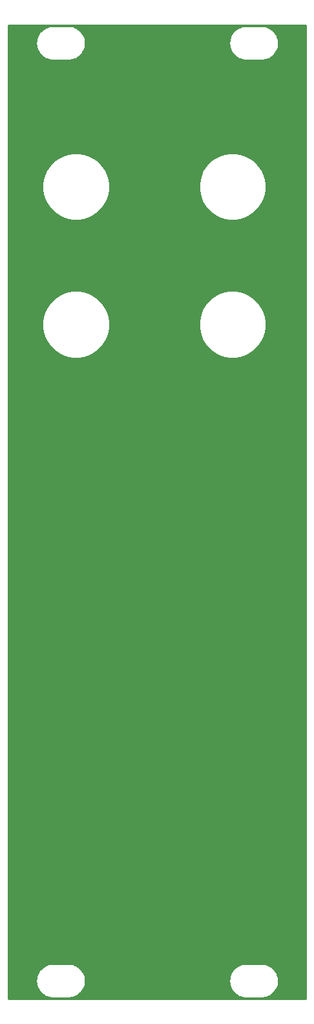
<source format=gbr>
G04 #@! TF.GenerationSoftware,KiCad,Pcbnew,(5.1.5-0)*
G04 #@! TF.CreationDate,2021-01-11T19:00:08-08:00*
G04 #@! TF.ProjectId,duallfovco,6475616c-6c66-46f7-9663-6f2e6b696361,rev?*
G04 #@! TF.SameCoordinates,Original*
G04 #@! TF.FileFunction,Copper,L1,Top*
G04 #@! TF.FilePolarity,Positive*
%FSLAX46Y46*%
G04 Gerber Fmt 4.6, Leading zero omitted, Abs format (unit mm)*
G04 Created by KiCad (PCBNEW (5.1.5-0)) date 2021-01-11 19:00:08*
%MOMM*%
%LPD*%
G04 APERTURE LIST*
%ADD10C,6.100000*%
%ADD11C,6.400000*%
%ADD12C,3.100000*%
%ADD13C,0.254000*%
G04 APERTURE END LIST*
D10*
X34950000Y-109200000D03*
X14950000Y-109200000D03*
X24950000Y-109200000D03*
X4950000Y-109200000D03*
D11*
X5000000Y-54500000D03*
D12*
X5000000Y-66000000D03*
X35000000Y-66000000D03*
D11*
X34750000Y-54500000D03*
D10*
X34950000Y-94700000D03*
X4950000Y-79200000D03*
X34950000Y-79200000D03*
X24950000Y-79200000D03*
X14950000Y-79200000D03*
X4950000Y-94700000D03*
X24950000Y-94700000D03*
X14950000Y-94700000D03*
D13*
G36*
X39640001Y-127840000D02*
G01*
X660000Y-127840000D01*
X660000Y-125451353D01*
X4242755Y-125451353D01*
X4243173Y-125511171D01*
X4242755Y-125570988D01*
X4243655Y-125580160D01*
X4276296Y-125890715D01*
X4288320Y-125949291D01*
X4299532Y-126008070D01*
X4302196Y-126016892D01*
X4394535Y-126315192D01*
X4417715Y-126370335D01*
X4440124Y-126425800D01*
X4444451Y-126433937D01*
X4592972Y-126708621D01*
X4626417Y-126758205D01*
X4659177Y-126808268D01*
X4665001Y-126815409D01*
X4864047Y-127056013D01*
X4906482Y-127098154D01*
X4948346Y-127140903D01*
X4955446Y-127146777D01*
X5197435Y-127344138D01*
X5247259Y-127377241D01*
X5296615Y-127411036D01*
X5304721Y-127415419D01*
X5580435Y-127562019D01*
X5635704Y-127584799D01*
X5690724Y-127608381D01*
X5699527Y-127611105D01*
X5998465Y-127701359D01*
X6057138Y-127712976D01*
X6115655Y-127725415D01*
X6124820Y-127726378D01*
X6435594Y-127756850D01*
X6435598Y-127756850D01*
X6467581Y-127760000D01*
X8532419Y-127760000D01*
X8565986Y-127756694D01*
X8586744Y-127756694D01*
X8595909Y-127755731D01*
X8906228Y-127720923D01*
X8964731Y-127708487D01*
X9023419Y-127696867D01*
X9032222Y-127694142D01*
X9329870Y-127599723D01*
X9384792Y-127576183D01*
X9440159Y-127553363D01*
X9448265Y-127548979D01*
X9721904Y-127398544D01*
X9771217Y-127364779D01*
X9821088Y-127331645D01*
X9828188Y-127325770D01*
X10067397Y-127125049D01*
X10109241Y-127082320D01*
X10151694Y-127040162D01*
X10157519Y-127033020D01*
X10353185Y-126789660D01*
X10385938Y-126739608D01*
X10419391Y-126690013D01*
X10423714Y-126681881D01*
X10423717Y-126681877D01*
X10423719Y-126681873D01*
X10568388Y-126405146D01*
X10590785Y-126349711D01*
X10613978Y-126294539D01*
X10616641Y-126285717D01*
X10704807Y-125986156D01*
X10716007Y-125927440D01*
X10728045Y-125868798D01*
X10728944Y-125859627D01*
X10757245Y-125548647D01*
X10756827Y-125488830D01*
X10757088Y-125451353D01*
X29542755Y-125451353D01*
X29543173Y-125511171D01*
X29542755Y-125570988D01*
X29543655Y-125580160D01*
X29576296Y-125890715D01*
X29588320Y-125949291D01*
X29599532Y-126008070D01*
X29602196Y-126016892D01*
X29694535Y-126315192D01*
X29717715Y-126370335D01*
X29740124Y-126425800D01*
X29744451Y-126433937D01*
X29892972Y-126708621D01*
X29926417Y-126758205D01*
X29959177Y-126808268D01*
X29965001Y-126815409D01*
X30164047Y-127056013D01*
X30206482Y-127098154D01*
X30248346Y-127140903D01*
X30255446Y-127146777D01*
X30497435Y-127344138D01*
X30547259Y-127377241D01*
X30596615Y-127411036D01*
X30604721Y-127415419D01*
X30880435Y-127562019D01*
X30935704Y-127584799D01*
X30990724Y-127608381D01*
X30999527Y-127611105D01*
X31298465Y-127701359D01*
X31357138Y-127712976D01*
X31415655Y-127725415D01*
X31424820Y-127726378D01*
X31735594Y-127756850D01*
X31735598Y-127756850D01*
X31767581Y-127760000D01*
X33832419Y-127760000D01*
X33865986Y-127756694D01*
X33886744Y-127756694D01*
X33895909Y-127755731D01*
X34206228Y-127720923D01*
X34264731Y-127708487D01*
X34323419Y-127696867D01*
X34332222Y-127694142D01*
X34629870Y-127599723D01*
X34684792Y-127576183D01*
X34740159Y-127553363D01*
X34748265Y-127548979D01*
X35021904Y-127398544D01*
X35071217Y-127364779D01*
X35121088Y-127331645D01*
X35128188Y-127325770D01*
X35367397Y-127125049D01*
X35409241Y-127082320D01*
X35451694Y-127040162D01*
X35457519Y-127033020D01*
X35653185Y-126789660D01*
X35685938Y-126739608D01*
X35719391Y-126690013D01*
X35723714Y-126681881D01*
X35723717Y-126681877D01*
X35723719Y-126681873D01*
X35868388Y-126405146D01*
X35890785Y-126349711D01*
X35913978Y-126294539D01*
X35916641Y-126285717D01*
X36004807Y-125986156D01*
X36016007Y-125927440D01*
X36028045Y-125868798D01*
X36028944Y-125859627D01*
X36057245Y-125548647D01*
X36056827Y-125488829D01*
X36057245Y-125429012D01*
X36056345Y-125419841D01*
X36023704Y-125109285D01*
X36011680Y-125050709D01*
X36000468Y-124991930D01*
X35997804Y-124983108D01*
X35905465Y-124684808D01*
X35882280Y-124629653D01*
X35859876Y-124574200D01*
X35855549Y-124566064D01*
X35855549Y-124566063D01*
X35855546Y-124566059D01*
X35707028Y-124291379D01*
X35673583Y-124241795D01*
X35640823Y-124191732D01*
X35634999Y-124184591D01*
X35435954Y-123943987D01*
X35393535Y-123901863D01*
X35351655Y-123859097D01*
X35344554Y-123853223D01*
X35102565Y-123655862D01*
X35052741Y-123622759D01*
X35003385Y-123588964D01*
X34995279Y-123584581D01*
X34719566Y-123437981D01*
X34664269Y-123415189D01*
X34609275Y-123391619D01*
X34600472Y-123388895D01*
X34301535Y-123298641D01*
X34242862Y-123287024D01*
X34184345Y-123274585D01*
X34175180Y-123273622D01*
X33864405Y-123243150D01*
X33864402Y-123243150D01*
X33832419Y-123240000D01*
X31767581Y-123240000D01*
X31734014Y-123243306D01*
X31713256Y-123243306D01*
X31704091Y-123244269D01*
X31393771Y-123279077D01*
X31335298Y-123291506D01*
X31276581Y-123303132D01*
X31267778Y-123305858D01*
X30970130Y-123400277D01*
X30915147Y-123423843D01*
X30859841Y-123446638D01*
X30851735Y-123451021D01*
X30578095Y-123601456D01*
X30528748Y-123635245D01*
X30478913Y-123668355D01*
X30471812Y-123674229D01*
X30232603Y-123874951D01*
X30190759Y-123917681D01*
X30148305Y-123959839D01*
X30142481Y-123966980D01*
X29946814Y-124210340D01*
X29914055Y-124260400D01*
X29880609Y-124309986D01*
X29876283Y-124318123D01*
X29731612Y-124594854D01*
X29709215Y-124650289D01*
X29686022Y-124705461D01*
X29683359Y-124714283D01*
X29595193Y-125013844D01*
X29583993Y-125072560D01*
X29571955Y-125131202D01*
X29571056Y-125140373D01*
X29542755Y-125451353D01*
X10757088Y-125451353D01*
X10757245Y-125429012D01*
X10756345Y-125419841D01*
X10723704Y-125109285D01*
X10711680Y-125050709D01*
X10700468Y-124991930D01*
X10697804Y-124983108D01*
X10605465Y-124684808D01*
X10582280Y-124629653D01*
X10559876Y-124574200D01*
X10555549Y-124566064D01*
X10555549Y-124566063D01*
X10555546Y-124566059D01*
X10407028Y-124291379D01*
X10373583Y-124241795D01*
X10340823Y-124191732D01*
X10334999Y-124184591D01*
X10135954Y-123943987D01*
X10093535Y-123901863D01*
X10051655Y-123859097D01*
X10044554Y-123853223D01*
X9802565Y-123655862D01*
X9752741Y-123622759D01*
X9703385Y-123588964D01*
X9695279Y-123584581D01*
X9419566Y-123437981D01*
X9364269Y-123415189D01*
X9309275Y-123391619D01*
X9300472Y-123388895D01*
X9001535Y-123298641D01*
X8942862Y-123287024D01*
X8884345Y-123274585D01*
X8875180Y-123273622D01*
X8564405Y-123243150D01*
X8564402Y-123243150D01*
X8532419Y-123240000D01*
X6467581Y-123240000D01*
X6434014Y-123243306D01*
X6413256Y-123243306D01*
X6404091Y-123244269D01*
X6093771Y-123279077D01*
X6035298Y-123291506D01*
X5976581Y-123303132D01*
X5967778Y-123305858D01*
X5670130Y-123400277D01*
X5615147Y-123423843D01*
X5559841Y-123446638D01*
X5551735Y-123451021D01*
X5278095Y-123601456D01*
X5228748Y-123635245D01*
X5178913Y-123668355D01*
X5171812Y-123674229D01*
X4932603Y-123874951D01*
X4890759Y-123917681D01*
X4848305Y-123959839D01*
X4842481Y-123966980D01*
X4646814Y-124210340D01*
X4614055Y-124260400D01*
X4580609Y-124309986D01*
X4576283Y-124318123D01*
X4431612Y-124594854D01*
X4409215Y-124650289D01*
X4386022Y-124705461D01*
X4383359Y-124714283D01*
X4295193Y-125013844D01*
X4283993Y-125072560D01*
X4271955Y-125131202D01*
X4271056Y-125140373D01*
X4242755Y-125451353D01*
X660000Y-125451353D01*
X660000Y-39315784D01*
X5091332Y-39315784D01*
X5091332Y-40184216D01*
X5260754Y-41035961D01*
X5593089Y-41838288D01*
X6075564Y-42560362D01*
X6689638Y-43174436D01*
X7411712Y-43656911D01*
X8214039Y-43989246D01*
X9065784Y-44158668D01*
X9934216Y-44158668D01*
X10785961Y-43989246D01*
X11588288Y-43656911D01*
X12310362Y-43174436D01*
X12924436Y-42560362D01*
X13406911Y-41838288D01*
X13739246Y-41035961D01*
X13908668Y-40184216D01*
X13908668Y-39315784D01*
X25591332Y-39315784D01*
X25591332Y-40184216D01*
X25760754Y-41035961D01*
X26093089Y-41838288D01*
X26575564Y-42560362D01*
X27189638Y-43174436D01*
X27911712Y-43656911D01*
X28714039Y-43989246D01*
X29565784Y-44158668D01*
X30434216Y-44158668D01*
X31285961Y-43989246D01*
X32088288Y-43656911D01*
X32810362Y-43174436D01*
X33424436Y-42560362D01*
X33906911Y-41838288D01*
X34239246Y-41035961D01*
X34408668Y-40184216D01*
X34408668Y-39315784D01*
X34239246Y-38464039D01*
X33906911Y-37661712D01*
X33424436Y-36939638D01*
X32810362Y-36325564D01*
X32088288Y-35843089D01*
X31285961Y-35510754D01*
X30434216Y-35341332D01*
X29565784Y-35341332D01*
X28714039Y-35510754D01*
X27911712Y-35843089D01*
X27189638Y-36325564D01*
X26575564Y-36939638D01*
X26093089Y-37661712D01*
X25760754Y-38464039D01*
X25591332Y-39315784D01*
X13908668Y-39315784D01*
X13739246Y-38464039D01*
X13406911Y-37661712D01*
X12924436Y-36939638D01*
X12310362Y-36325564D01*
X11588288Y-35843089D01*
X10785961Y-35510754D01*
X9934216Y-35341332D01*
X9065784Y-35341332D01*
X8214039Y-35510754D01*
X7411712Y-35843089D01*
X6689638Y-36325564D01*
X6075564Y-36939638D01*
X5593089Y-37661712D01*
X5260754Y-38464039D01*
X5091332Y-39315784D01*
X660000Y-39315784D01*
X660000Y-21315784D01*
X5091332Y-21315784D01*
X5091332Y-22184216D01*
X5260754Y-23035961D01*
X5593089Y-23838288D01*
X6075564Y-24560362D01*
X6689638Y-25174436D01*
X7411712Y-25656911D01*
X8214039Y-25989246D01*
X9065784Y-26158668D01*
X9934216Y-26158668D01*
X10785961Y-25989246D01*
X11588288Y-25656911D01*
X12310362Y-25174436D01*
X12924436Y-24560362D01*
X13406911Y-23838288D01*
X13739246Y-23035961D01*
X13908668Y-22184216D01*
X13908668Y-21315784D01*
X25591332Y-21315784D01*
X25591332Y-22184216D01*
X25760754Y-23035961D01*
X26093089Y-23838288D01*
X26575564Y-24560362D01*
X27189638Y-25174436D01*
X27911712Y-25656911D01*
X28714039Y-25989246D01*
X29565784Y-26158668D01*
X30434216Y-26158668D01*
X31285961Y-25989246D01*
X32088288Y-25656911D01*
X32810362Y-25174436D01*
X33424436Y-24560362D01*
X33906911Y-23838288D01*
X34239246Y-23035961D01*
X34408668Y-22184216D01*
X34408668Y-21315784D01*
X34239246Y-20464039D01*
X33906911Y-19661712D01*
X33424436Y-18939638D01*
X32810362Y-18325564D01*
X32088288Y-17843089D01*
X31285961Y-17510754D01*
X30434216Y-17341332D01*
X29565784Y-17341332D01*
X28714039Y-17510754D01*
X27911712Y-17843089D01*
X27189638Y-18325564D01*
X26575564Y-18939638D01*
X26093089Y-19661712D01*
X25760754Y-20464039D01*
X25591332Y-21315784D01*
X13908668Y-21315784D01*
X13739246Y-20464039D01*
X13406911Y-19661712D01*
X12924436Y-18939638D01*
X12310362Y-18325564D01*
X11588288Y-17843089D01*
X10785961Y-17510754D01*
X9934216Y-17341332D01*
X9065784Y-17341332D01*
X8214039Y-17510754D01*
X7411712Y-17843089D01*
X6689638Y-18325564D01*
X6075564Y-18939638D01*
X5593089Y-19661712D01*
X5260754Y-20464039D01*
X5091332Y-21315784D01*
X660000Y-21315784D01*
X660000Y-2951353D01*
X4242755Y-2951353D01*
X4243173Y-3011171D01*
X4242755Y-3070988D01*
X4243655Y-3080160D01*
X4276296Y-3390715D01*
X4288320Y-3449291D01*
X4299532Y-3508070D01*
X4302196Y-3516892D01*
X4394535Y-3815192D01*
X4417715Y-3870335D01*
X4440124Y-3925800D01*
X4444451Y-3933937D01*
X4592972Y-4208621D01*
X4626417Y-4258205D01*
X4659177Y-4308268D01*
X4665001Y-4315409D01*
X4864047Y-4556013D01*
X4906482Y-4598154D01*
X4948346Y-4640903D01*
X4955446Y-4646777D01*
X5197435Y-4844138D01*
X5247259Y-4877241D01*
X5296615Y-4911036D01*
X5304721Y-4915419D01*
X5580435Y-5062019D01*
X5635704Y-5084799D01*
X5690724Y-5108381D01*
X5699527Y-5111105D01*
X5998465Y-5201359D01*
X6057138Y-5212976D01*
X6115655Y-5225415D01*
X6124820Y-5226378D01*
X6435594Y-5256850D01*
X6435598Y-5256850D01*
X6467581Y-5260000D01*
X8532419Y-5260000D01*
X8565986Y-5256694D01*
X8586744Y-5256694D01*
X8595909Y-5255731D01*
X8906228Y-5220923D01*
X8964731Y-5208487D01*
X9023419Y-5196867D01*
X9032222Y-5194142D01*
X9329870Y-5099723D01*
X9384792Y-5076183D01*
X9440159Y-5053363D01*
X9448265Y-5048979D01*
X9721904Y-4898544D01*
X9771217Y-4864779D01*
X9821088Y-4831645D01*
X9828188Y-4825770D01*
X10067397Y-4625049D01*
X10109241Y-4582320D01*
X10151694Y-4540162D01*
X10157519Y-4533020D01*
X10353185Y-4289660D01*
X10385938Y-4239608D01*
X10419391Y-4190013D01*
X10423714Y-4181881D01*
X10423717Y-4181877D01*
X10423719Y-4181873D01*
X10568388Y-3905146D01*
X10590785Y-3849711D01*
X10613978Y-3794539D01*
X10616641Y-3785717D01*
X10704807Y-3486156D01*
X10716007Y-3427440D01*
X10728045Y-3368798D01*
X10728944Y-3359627D01*
X10757245Y-3048647D01*
X10756827Y-2988830D01*
X10757088Y-2951353D01*
X29542755Y-2951353D01*
X29543173Y-3011171D01*
X29542755Y-3070988D01*
X29543655Y-3080160D01*
X29576296Y-3390715D01*
X29588320Y-3449291D01*
X29599532Y-3508070D01*
X29602196Y-3516892D01*
X29694535Y-3815192D01*
X29717715Y-3870335D01*
X29740124Y-3925800D01*
X29744451Y-3933937D01*
X29892972Y-4208621D01*
X29926417Y-4258205D01*
X29959177Y-4308268D01*
X29965001Y-4315409D01*
X30164047Y-4556013D01*
X30206482Y-4598154D01*
X30248346Y-4640903D01*
X30255446Y-4646777D01*
X30497435Y-4844138D01*
X30547259Y-4877241D01*
X30596615Y-4911036D01*
X30604721Y-4915419D01*
X30880435Y-5062019D01*
X30935704Y-5084799D01*
X30990724Y-5108381D01*
X30999527Y-5111105D01*
X31298465Y-5201359D01*
X31357138Y-5212976D01*
X31415655Y-5225415D01*
X31424820Y-5226378D01*
X31735594Y-5256850D01*
X31735598Y-5256850D01*
X31767581Y-5260000D01*
X33832419Y-5260000D01*
X33865986Y-5256694D01*
X33886744Y-5256694D01*
X33895909Y-5255731D01*
X34206228Y-5220923D01*
X34264731Y-5208487D01*
X34323419Y-5196867D01*
X34332222Y-5194142D01*
X34629870Y-5099723D01*
X34684792Y-5076183D01*
X34740159Y-5053363D01*
X34748265Y-5048979D01*
X35021904Y-4898544D01*
X35071217Y-4864779D01*
X35121088Y-4831645D01*
X35128188Y-4825770D01*
X35367397Y-4625049D01*
X35409241Y-4582320D01*
X35451694Y-4540162D01*
X35457519Y-4533020D01*
X35653185Y-4289660D01*
X35685938Y-4239608D01*
X35719391Y-4190013D01*
X35723714Y-4181881D01*
X35723717Y-4181877D01*
X35723719Y-4181873D01*
X35868388Y-3905146D01*
X35890785Y-3849711D01*
X35913978Y-3794539D01*
X35916641Y-3785717D01*
X36004807Y-3486156D01*
X36016007Y-3427440D01*
X36028045Y-3368798D01*
X36028944Y-3359627D01*
X36057245Y-3048647D01*
X36056827Y-2988829D01*
X36057245Y-2929012D01*
X36056345Y-2919841D01*
X36023704Y-2609285D01*
X36011680Y-2550709D01*
X36000468Y-2491930D01*
X35997804Y-2483108D01*
X35905465Y-2184808D01*
X35882280Y-2129653D01*
X35859876Y-2074200D01*
X35855549Y-2066064D01*
X35855549Y-2066063D01*
X35855546Y-2066059D01*
X35707028Y-1791379D01*
X35673583Y-1741795D01*
X35640823Y-1691732D01*
X35634999Y-1684591D01*
X35435954Y-1443987D01*
X35393535Y-1401863D01*
X35351655Y-1359097D01*
X35344554Y-1353223D01*
X35102565Y-1155862D01*
X35052741Y-1122759D01*
X35003385Y-1088964D01*
X34995279Y-1084581D01*
X34719566Y-937981D01*
X34664269Y-915189D01*
X34609275Y-891619D01*
X34600472Y-888895D01*
X34301535Y-798641D01*
X34242862Y-787024D01*
X34184345Y-774585D01*
X34175180Y-773622D01*
X33864405Y-743150D01*
X33864402Y-743150D01*
X33832419Y-740000D01*
X31767581Y-740000D01*
X31734014Y-743306D01*
X31713256Y-743306D01*
X31704091Y-744269D01*
X31393771Y-779077D01*
X31335298Y-791506D01*
X31276581Y-803132D01*
X31267778Y-805858D01*
X30970130Y-900277D01*
X30915147Y-923843D01*
X30859841Y-946638D01*
X30851735Y-951021D01*
X30578095Y-1101456D01*
X30528748Y-1135245D01*
X30478913Y-1168355D01*
X30471812Y-1174229D01*
X30232603Y-1374951D01*
X30190759Y-1417681D01*
X30148305Y-1459839D01*
X30142481Y-1466980D01*
X29946814Y-1710340D01*
X29914055Y-1760400D01*
X29880609Y-1809986D01*
X29876283Y-1818123D01*
X29731612Y-2094854D01*
X29709215Y-2150289D01*
X29686022Y-2205461D01*
X29683359Y-2214283D01*
X29595193Y-2513844D01*
X29583993Y-2572560D01*
X29571955Y-2631202D01*
X29571056Y-2640373D01*
X29542755Y-2951353D01*
X10757088Y-2951353D01*
X10757245Y-2929012D01*
X10756345Y-2919841D01*
X10723704Y-2609285D01*
X10711680Y-2550709D01*
X10700468Y-2491930D01*
X10697804Y-2483108D01*
X10605465Y-2184808D01*
X10582280Y-2129653D01*
X10559876Y-2074200D01*
X10555549Y-2066064D01*
X10555549Y-2066063D01*
X10555546Y-2066059D01*
X10407028Y-1791379D01*
X10373583Y-1741795D01*
X10340823Y-1691732D01*
X10334999Y-1684591D01*
X10135954Y-1443987D01*
X10093535Y-1401863D01*
X10051655Y-1359097D01*
X10044554Y-1353223D01*
X9802565Y-1155862D01*
X9752741Y-1122759D01*
X9703385Y-1088964D01*
X9695279Y-1084581D01*
X9419566Y-937981D01*
X9364269Y-915189D01*
X9309275Y-891619D01*
X9300472Y-888895D01*
X9001535Y-798641D01*
X8942862Y-787024D01*
X8884345Y-774585D01*
X8875180Y-773622D01*
X8564405Y-743150D01*
X8564402Y-743150D01*
X8532419Y-740000D01*
X6467581Y-740000D01*
X6434014Y-743306D01*
X6413256Y-743306D01*
X6404091Y-744269D01*
X6093771Y-779077D01*
X6035298Y-791506D01*
X5976581Y-803132D01*
X5967778Y-805858D01*
X5670130Y-900277D01*
X5615147Y-923843D01*
X5559841Y-946638D01*
X5551735Y-951021D01*
X5278095Y-1101456D01*
X5228748Y-1135245D01*
X5178913Y-1168355D01*
X5171812Y-1174229D01*
X4932603Y-1374951D01*
X4890759Y-1417681D01*
X4848305Y-1459839D01*
X4842481Y-1466980D01*
X4646814Y-1710340D01*
X4614055Y-1760400D01*
X4580609Y-1809986D01*
X4576283Y-1818123D01*
X4431612Y-2094854D01*
X4409215Y-2150289D01*
X4386022Y-2205461D01*
X4383359Y-2214283D01*
X4295193Y-2513844D01*
X4283993Y-2572560D01*
X4271955Y-2631202D01*
X4271056Y-2640373D01*
X4242755Y-2951353D01*
X660000Y-2951353D01*
X660000Y-660000D01*
X39640000Y-660000D01*
X39640001Y-127840000D01*
G37*
X39640001Y-127840000D02*
X660000Y-127840000D01*
X660000Y-125451353D01*
X4242755Y-125451353D01*
X4243173Y-125511171D01*
X4242755Y-125570988D01*
X4243655Y-125580160D01*
X4276296Y-125890715D01*
X4288320Y-125949291D01*
X4299532Y-126008070D01*
X4302196Y-126016892D01*
X4394535Y-126315192D01*
X4417715Y-126370335D01*
X4440124Y-126425800D01*
X4444451Y-126433937D01*
X4592972Y-126708621D01*
X4626417Y-126758205D01*
X4659177Y-126808268D01*
X4665001Y-126815409D01*
X4864047Y-127056013D01*
X4906482Y-127098154D01*
X4948346Y-127140903D01*
X4955446Y-127146777D01*
X5197435Y-127344138D01*
X5247259Y-127377241D01*
X5296615Y-127411036D01*
X5304721Y-127415419D01*
X5580435Y-127562019D01*
X5635704Y-127584799D01*
X5690724Y-127608381D01*
X5699527Y-127611105D01*
X5998465Y-127701359D01*
X6057138Y-127712976D01*
X6115655Y-127725415D01*
X6124820Y-127726378D01*
X6435594Y-127756850D01*
X6435598Y-127756850D01*
X6467581Y-127760000D01*
X8532419Y-127760000D01*
X8565986Y-127756694D01*
X8586744Y-127756694D01*
X8595909Y-127755731D01*
X8906228Y-127720923D01*
X8964731Y-127708487D01*
X9023419Y-127696867D01*
X9032222Y-127694142D01*
X9329870Y-127599723D01*
X9384792Y-127576183D01*
X9440159Y-127553363D01*
X9448265Y-127548979D01*
X9721904Y-127398544D01*
X9771217Y-127364779D01*
X9821088Y-127331645D01*
X9828188Y-127325770D01*
X10067397Y-127125049D01*
X10109241Y-127082320D01*
X10151694Y-127040162D01*
X10157519Y-127033020D01*
X10353185Y-126789660D01*
X10385938Y-126739608D01*
X10419391Y-126690013D01*
X10423714Y-126681881D01*
X10423717Y-126681877D01*
X10423719Y-126681873D01*
X10568388Y-126405146D01*
X10590785Y-126349711D01*
X10613978Y-126294539D01*
X10616641Y-126285717D01*
X10704807Y-125986156D01*
X10716007Y-125927440D01*
X10728045Y-125868798D01*
X10728944Y-125859627D01*
X10757245Y-125548647D01*
X10756827Y-125488830D01*
X10757088Y-125451353D01*
X29542755Y-125451353D01*
X29543173Y-125511171D01*
X29542755Y-125570988D01*
X29543655Y-125580160D01*
X29576296Y-125890715D01*
X29588320Y-125949291D01*
X29599532Y-126008070D01*
X29602196Y-126016892D01*
X29694535Y-126315192D01*
X29717715Y-126370335D01*
X29740124Y-126425800D01*
X29744451Y-126433937D01*
X29892972Y-126708621D01*
X29926417Y-126758205D01*
X29959177Y-126808268D01*
X29965001Y-126815409D01*
X30164047Y-127056013D01*
X30206482Y-127098154D01*
X30248346Y-127140903D01*
X30255446Y-127146777D01*
X30497435Y-127344138D01*
X30547259Y-127377241D01*
X30596615Y-127411036D01*
X30604721Y-127415419D01*
X30880435Y-127562019D01*
X30935704Y-127584799D01*
X30990724Y-127608381D01*
X30999527Y-127611105D01*
X31298465Y-127701359D01*
X31357138Y-127712976D01*
X31415655Y-127725415D01*
X31424820Y-127726378D01*
X31735594Y-127756850D01*
X31735598Y-127756850D01*
X31767581Y-127760000D01*
X33832419Y-127760000D01*
X33865986Y-127756694D01*
X33886744Y-127756694D01*
X33895909Y-127755731D01*
X34206228Y-127720923D01*
X34264731Y-127708487D01*
X34323419Y-127696867D01*
X34332222Y-127694142D01*
X34629870Y-127599723D01*
X34684792Y-127576183D01*
X34740159Y-127553363D01*
X34748265Y-127548979D01*
X35021904Y-127398544D01*
X35071217Y-127364779D01*
X35121088Y-127331645D01*
X35128188Y-127325770D01*
X35367397Y-127125049D01*
X35409241Y-127082320D01*
X35451694Y-127040162D01*
X35457519Y-127033020D01*
X35653185Y-126789660D01*
X35685938Y-126739608D01*
X35719391Y-126690013D01*
X35723714Y-126681881D01*
X35723717Y-126681877D01*
X35723719Y-126681873D01*
X35868388Y-126405146D01*
X35890785Y-126349711D01*
X35913978Y-126294539D01*
X35916641Y-126285717D01*
X36004807Y-125986156D01*
X36016007Y-125927440D01*
X36028045Y-125868798D01*
X36028944Y-125859627D01*
X36057245Y-125548647D01*
X36056827Y-125488829D01*
X36057245Y-125429012D01*
X36056345Y-125419841D01*
X36023704Y-125109285D01*
X36011680Y-125050709D01*
X36000468Y-124991930D01*
X35997804Y-124983108D01*
X35905465Y-124684808D01*
X35882280Y-124629653D01*
X35859876Y-124574200D01*
X35855549Y-124566064D01*
X35855549Y-124566063D01*
X35855546Y-124566059D01*
X35707028Y-124291379D01*
X35673583Y-124241795D01*
X35640823Y-124191732D01*
X35634999Y-124184591D01*
X35435954Y-123943987D01*
X35393535Y-123901863D01*
X35351655Y-123859097D01*
X35344554Y-123853223D01*
X35102565Y-123655862D01*
X35052741Y-123622759D01*
X35003385Y-123588964D01*
X34995279Y-123584581D01*
X34719566Y-123437981D01*
X34664269Y-123415189D01*
X34609275Y-123391619D01*
X34600472Y-123388895D01*
X34301535Y-123298641D01*
X34242862Y-123287024D01*
X34184345Y-123274585D01*
X34175180Y-123273622D01*
X33864405Y-123243150D01*
X33864402Y-123243150D01*
X33832419Y-123240000D01*
X31767581Y-123240000D01*
X31734014Y-123243306D01*
X31713256Y-123243306D01*
X31704091Y-123244269D01*
X31393771Y-123279077D01*
X31335298Y-123291506D01*
X31276581Y-123303132D01*
X31267778Y-123305858D01*
X30970130Y-123400277D01*
X30915147Y-123423843D01*
X30859841Y-123446638D01*
X30851735Y-123451021D01*
X30578095Y-123601456D01*
X30528748Y-123635245D01*
X30478913Y-123668355D01*
X30471812Y-123674229D01*
X30232603Y-123874951D01*
X30190759Y-123917681D01*
X30148305Y-123959839D01*
X30142481Y-123966980D01*
X29946814Y-124210340D01*
X29914055Y-124260400D01*
X29880609Y-124309986D01*
X29876283Y-124318123D01*
X29731612Y-124594854D01*
X29709215Y-124650289D01*
X29686022Y-124705461D01*
X29683359Y-124714283D01*
X29595193Y-125013844D01*
X29583993Y-125072560D01*
X29571955Y-125131202D01*
X29571056Y-125140373D01*
X29542755Y-125451353D01*
X10757088Y-125451353D01*
X10757245Y-125429012D01*
X10756345Y-125419841D01*
X10723704Y-125109285D01*
X10711680Y-125050709D01*
X10700468Y-124991930D01*
X10697804Y-124983108D01*
X10605465Y-124684808D01*
X10582280Y-124629653D01*
X10559876Y-124574200D01*
X10555549Y-124566064D01*
X10555549Y-124566063D01*
X10555546Y-124566059D01*
X10407028Y-124291379D01*
X10373583Y-124241795D01*
X10340823Y-124191732D01*
X10334999Y-124184591D01*
X10135954Y-123943987D01*
X10093535Y-123901863D01*
X10051655Y-123859097D01*
X10044554Y-123853223D01*
X9802565Y-123655862D01*
X9752741Y-123622759D01*
X9703385Y-123588964D01*
X9695279Y-123584581D01*
X9419566Y-123437981D01*
X9364269Y-123415189D01*
X9309275Y-123391619D01*
X9300472Y-123388895D01*
X9001535Y-123298641D01*
X8942862Y-123287024D01*
X8884345Y-123274585D01*
X8875180Y-123273622D01*
X8564405Y-123243150D01*
X8564402Y-123243150D01*
X8532419Y-123240000D01*
X6467581Y-123240000D01*
X6434014Y-123243306D01*
X6413256Y-123243306D01*
X6404091Y-123244269D01*
X6093771Y-123279077D01*
X6035298Y-123291506D01*
X5976581Y-123303132D01*
X5967778Y-123305858D01*
X5670130Y-123400277D01*
X5615147Y-123423843D01*
X5559841Y-123446638D01*
X5551735Y-123451021D01*
X5278095Y-123601456D01*
X5228748Y-123635245D01*
X5178913Y-123668355D01*
X5171812Y-123674229D01*
X4932603Y-123874951D01*
X4890759Y-123917681D01*
X4848305Y-123959839D01*
X4842481Y-123966980D01*
X4646814Y-124210340D01*
X4614055Y-124260400D01*
X4580609Y-124309986D01*
X4576283Y-124318123D01*
X4431612Y-124594854D01*
X4409215Y-124650289D01*
X4386022Y-124705461D01*
X4383359Y-124714283D01*
X4295193Y-125013844D01*
X4283993Y-125072560D01*
X4271955Y-125131202D01*
X4271056Y-125140373D01*
X4242755Y-125451353D01*
X660000Y-125451353D01*
X660000Y-39315784D01*
X5091332Y-39315784D01*
X5091332Y-40184216D01*
X5260754Y-41035961D01*
X5593089Y-41838288D01*
X6075564Y-42560362D01*
X6689638Y-43174436D01*
X7411712Y-43656911D01*
X8214039Y-43989246D01*
X9065784Y-44158668D01*
X9934216Y-44158668D01*
X10785961Y-43989246D01*
X11588288Y-43656911D01*
X12310362Y-43174436D01*
X12924436Y-42560362D01*
X13406911Y-41838288D01*
X13739246Y-41035961D01*
X13908668Y-40184216D01*
X13908668Y-39315784D01*
X25591332Y-39315784D01*
X25591332Y-40184216D01*
X25760754Y-41035961D01*
X26093089Y-41838288D01*
X26575564Y-42560362D01*
X27189638Y-43174436D01*
X27911712Y-43656911D01*
X28714039Y-43989246D01*
X29565784Y-44158668D01*
X30434216Y-44158668D01*
X31285961Y-43989246D01*
X32088288Y-43656911D01*
X32810362Y-43174436D01*
X33424436Y-42560362D01*
X33906911Y-41838288D01*
X34239246Y-41035961D01*
X34408668Y-40184216D01*
X34408668Y-39315784D01*
X34239246Y-38464039D01*
X33906911Y-37661712D01*
X33424436Y-36939638D01*
X32810362Y-36325564D01*
X32088288Y-35843089D01*
X31285961Y-35510754D01*
X30434216Y-35341332D01*
X29565784Y-35341332D01*
X28714039Y-35510754D01*
X27911712Y-35843089D01*
X27189638Y-36325564D01*
X26575564Y-36939638D01*
X26093089Y-37661712D01*
X25760754Y-38464039D01*
X25591332Y-39315784D01*
X13908668Y-39315784D01*
X13739246Y-38464039D01*
X13406911Y-37661712D01*
X12924436Y-36939638D01*
X12310362Y-36325564D01*
X11588288Y-35843089D01*
X10785961Y-35510754D01*
X9934216Y-35341332D01*
X9065784Y-35341332D01*
X8214039Y-35510754D01*
X7411712Y-35843089D01*
X6689638Y-36325564D01*
X6075564Y-36939638D01*
X5593089Y-37661712D01*
X5260754Y-38464039D01*
X5091332Y-39315784D01*
X660000Y-39315784D01*
X660000Y-21315784D01*
X5091332Y-21315784D01*
X5091332Y-22184216D01*
X5260754Y-23035961D01*
X5593089Y-23838288D01*
X6075564Y-24560362D01*
X6689638Y-25174436D01*
X7411712Y-25656911D01*
X8214039Y-25989246D01*
X9065784Y-26158668D01*
X9934216Y-26158668D01*
X10785961Y-25989246D01*
X11588288Y-25656911D01*
X12310362Y-25174436D01*
X12924436Y-24560362D01*
X13406911Y-23838288D01*
X13739246Y-23035961D01*
X13908668Y-22184216D01*
X13908668Y-21315784D01*
X25591332Y-21315784D01*
X25591332Y-22184216D01*
X25760754Y-23035961D01*
X26093089Y-23838288D01*
X26575564Y-24560362D01*
X27189638Y-25174436D01*
X27911712Y-25656911D01*
X28714039Y-25989246D01*
X29565784Y-26158668D01*
X30434216Y-26158668D01*
X31285961Y-25989246D01*
X32088288Y-25656911D01*
X32810362Y-25174436D01*
X33424436Y-24560362D01*
X33906911Y-23838288D01*
X34239246Y-23035961D01*
X34408668Y-22184216D01*
X34408668Y-21315784D01*
X34239246Y-20464039D01*
X33906911Y-19661712D01*
X33424436Y-18939638D01*
X32810362Y-18325564D01*
X32088288Y-17843089D01*
X31285961Y-17510754D01*
X30434216Y-17341332D01*
X29565784Y-17341332D01*
X28714039Y-17510754D01*
X27911712Y-17843089D01*
X27189638Y-18325564D01*
X26575564Y-18939638D01*
X26093089Y-19661712D01*
X25760754Y-20464039D01*
X25591332Y-21315784D01*
X13908668Y-21315784D01*
X13739246Y-20464039D01*
X13406911Y-19661712D01*
X12924436Y-18939638D01*
X12310362Y-18325564D01*
X11588288Y-17843089D01*
X10785961Y-17510754D01*
X9934216Y-17341332D01*
X9065784Y-17341332D01*
X8214039Y-17510754D01*
X7411712Y-17843089D01*
X6689638Y-18325564D01*
X6075564Y-18939638D01*
X5593089Y-19661712D01*
X5260754Y-20464039D01*
X5091332Y-21315784D01*
X660000Y-21315784D01*
X660000Y-2951353D01*
X4242755Y-2951353D01*
X4243173Y-3011171D01*
X4242755Y-3070988D01*
X4243655Y-3080160D01*
X4276296Y-3390715D01*
X4288320Y-3449291D01*
X4299532Y-3508070D01*
X4302196Y-3516892D01*
X4394535Y-3815192D01*
X4417715Y-3870335D01*
X4440124Y-3925800D01*
X4444451Y-3933937D01*
X4592972Y-4208621D01*
X4626417Y-4258205D01*
X4659177Y-4308268D01*
X4665001Y-4315409D01*
X4864047Y-4556013D01*
X4906482Y-4598154D01*
X4948346Y-4640903D01*
X4955446Y-4646777D01*
X5197435Y-4844138D01*
X5247259Y-4877241D01*
X5296615Y-4911036D01*
X5304721Y-4915419D01*
X5580435Y-5062019D01*
X5635704Y-5084799D01*
X5690724Y-5108381D01*
X5699527Y-5111105D01*
X5998465Y-5201359D01*
X6057138Y-5212976D01*
X6115655Y-5225415D01*
X6124820Y-5226378D01*
X6435594Y-5256850D01*
X6435598Y-5256850D01*
X6467581Y-5260000D01*
X8532419Y-5260000D01*
X8565986Y-5256694D01*
X8586744Y-5256694D01*
X8595909Y-5255731D01*
X8906228Y-5220923D01*
X8964731Y-5208487D01*
X9023419Y-5196867D01*
X9032222Y-5194142D01*
X9329870Y-5099723D01*
X9384792Y-5076183D01*
X9440159Y-5053363D01*
X9448265Y-5048979D01*
X9721904Y-4898544D01*
X9771217Y-4864779D01*
X9821088Y-4831645D01*
X9828188Y-4825770D01*
X10067397Y-4625049D01*
X10109241Y-4582320D01*
X10151694Y-4540162D01*
X10157519Y-4533020D01*
X10353185Y-4289660D01*
X10385938Y-4239608D01*
X10419391Y-4190013D01*
X10423714Y-4181881D01*
X10423717Y-4181877D01*
X10423719Y-4181873D01*
X10568388Y-3905146D01*
X10590785Y-3849711D01*
X10613978Y-3794539D01*
X10616641Y-3785717D01*
X10704807Y-3486156D01*
X10716007Y-3427440D01*
X10728045Y-3368798D01*
X10728944Y-3359627D01*
X10757245Y-3048647D01*
X10756827Y-2988830D01*
X10757088Y-2951353D01*
X29542755Y-2951353D01*
X29543173Y-3011171D01*
X29542755Y-3070988D01*
X29543655Y-3080160D01*
X29576296Y-3390715D01*
X29588320Y-3449291D01*
X29599532Y-3508070D01*
X29602196Y-3516892D01*
X29694535Y-3815192D01*
X29717715Y-3870335D01*
X29740124Y-3925800D01*
X29744451Y-3933937D01*
X29892972Y-4208621D01*
X29926417Y-4258205D01*
X29959177Y-4308268D01*
X29965001Y-4315409D01*
X30164047Y-4556013D01*
X30206482Y-4598154D01*
X30248346Y-4640903D01*
X30255446Y-4646777D01*
X30497435Y-4844138D01*
X30547259Y-4877241D01*
X30596615Y-4911036D01*
X30604721Y-4915419D01*
X30880435Y-5062019D01*
X30935704Y-5084799D01*
X30990724Y-5108381D01*
X30999527Y-5111105D01*
X31298465Y-5201359D01*
X31357138Y-5212976D01*
X31415655Y-5225415D01*
X31424820Y-5226378D01*
X31735594Y-5256850D01*
X31735598Y-5256850D01*
X31767581Y-5260000D01*
X33832419Y-5260000D01*
X33865986Y-5256694D01*
X33886744Y-5256694D01*
X33895909Y-5255731D01*
X34206228Y-5220923D01*
X34264731Y-5208487D01*
X34323419Y-5196867D01*
X34332222Y-5194142D01*
X34629870Y-5099723D01*
X34684792Y-5076183D01*
X34740159Y-5053363D01*
X34748265Y-5048979D01*
X35021904Y-4898544D01*
X35071217Y-4864779D01*
X35121088Y-4831645D01*
X35128188Y-4825770D01*
X35367397Y-4625049D01*
X35409241Y-4582320D01*
X35451694Y-4540162D01*
X35457519Y-4533020D01*
X35653185Y-4289660D01*
X35685938Y-4239608D01*
X35719391Y-4190013D01*
X35723714Y-4181881D01*
X35723717Y-4181877D01*
X35723719Y-4181873D01*
X35868388Y-3905146D01*
X35890785Y-3849711D01*
X35913978Y-3794539D01*
X35916641Y-3785717D01*
X36004807Y-3486156D01*
X36016007Y-3427440D01*
X36028045Y-3368798D01*
X36028944Y-3359627D01*
X36057245Y-3048647D01*
X36056827Y-2988829D01*
X36057245Y-2929012D01*
X36056345Y-2919841D01*
X36023704Y-2609285D01*
X36011680Y-2550709D01*
X36000468Y-2491930D01*
X35997804Y-2483108D01*
X35905465Y-2184808D01*
X35882280Y-2129653D01*
X35859876Y-2074200D01*
X35855549Y-2066064D01*
X35855549Y-2066063D01*
X35855546Y-2066059D01*
X35707028Y-1791379D01*
X35673583Y-1741795D01*
X35640823Y-1691732D01*
X35634999Y-1684591D01*
X35435954Y-1443987D01*
X35393535Y-1401863D01*
X35351655Y-1359097D01*
X35344554Y-1353223D01*
X35102565Y-1155862D01*
X35052741Y-1122759D01*
X35003385Y-1088964D01*
X34995279Y-1084581D01*
X34719566Y-937981D01*
X34664269Y-915189D01*
X34609275Y-891619D01*
X34600472Y-888895D01*
X34301535Y-798641D01*
X34242862Y-787024D01*
X34184345Y-774585D01*
X34175180Y-773622D01*
X33864405Y-743150D01*
X33864402Y-743150D01*
X33832419Y-740000D01*
X31767581Y-740000D01*
X31734014Y-743306D01*
X31713256Y-743306D01*
X31704091Y-744269D01*
X31393771Y-779077D01*
X31335298Y-791506D01*
X31276581Y-803132D01*
X31267778Y-805858D01*
X30970130Y-900277D01*
X30915147Y-923843D01*
X30859841Y-946638D01*
X30851735Y-951021D01*
X30578095Y-1101456D01*
X30528748Y-1135245D01*
X30478913Y-1168355D01*
X30471812Y-1174229D01*
X30232603Y-1374951D01*
X30190759Y-1417681D01*
X30148305Y-1459839D01*
X30142481Y-1466980D01*
X29946814Y-1710340D01*
X29914055Y-1760400D01*
X29880609Y-1809986D01*
X29876283Y-1818123D01*
X29731612Y-2094854D01*
X29709215Y-2150289D01*
X29686022Y-2205461D01*
X29683359Y-2214283D01*
X29595193Y-2513844D01*
X29583993Y-2572560D01*
X29571955Y-2631202D01*
X29571056Y-2640373D01*
X29542755Y-2951353D01*
X10757088Y-2951353D01*
X10757245Y-2929012D01*
X10756345Y-2919841D01*
X10723704Y-2609285D01*
X10711680Y-2550709D01*
X10700468Y-2491930D01*
X10697804Y-2483108D01*
X10605465Y-2184808D01*
X10582280Y-2129653D01*
X10559876Y-2074200D01*
X10555549Y-2066064D01*
X10555549Y-2066063D01*
X10555546Y-2066059D01*
X10407028Y-1791379D01*
X10373583Y-1741795D01*
X10340823Y-1691732D01*
X10334999Y-1684591D01*
X10135954Y-1443987D01*
X10093535Y-1401863D01*
X10051655Y-1359097D01*
X10044554Y-1353223D01*
X9802565Y-1155862D01*
X9752741Y-1122759D01*
X9703385Y-1088964D01*
X9695279Y-1084581D01*
X9419566Y-937981D01*
X9364269Y-915189D01*
X9309275Y-891619D01*
X9300472Y-888895D01*
X9001535Y-798641D01*
X8942862Y-787024D01*
X8884345Y-774585D01*
X8875180Y-773622D01*
X8564405Y-743150D01*
X8564402Y-743150D01*
X8532419Y-740000D01*
X6467581Y-740000D01*
X6434014Y-743306D01*
X6413256Y-743306D01*
X6404091Y-744269D01*
X6093771Y-779077D01*
X6035298Y-791506D01*
X5976581Y-803132D01*
X5967778Y-805858D01*
X5670130Y-900277D01*
X5615147Y-923843D01*
X5559841Y-946638D01*
X5551735Y-951021D01*
X5278095Y-1101456D01*
X5228748Y-1135245D01*
X5178913Y-1168355D01*
X5171812Y-1174229D01*
X4932603Y-1374951D01*
X4890759Y-1417681D01*
X4848305Y-1459839D01*
X4842481Y-1466980D01*
X4646814Y-1710340D01*
X4614055Y-1760400D01*
X4580609Y-1809986D01*
X4576283Y-1818123D01*
X4431612Y-2094854D01*
X4409215Y-2150289D01*
X4386022Y-2205461D01*
X4383359Y-2214283D01*
X4295193Y-2513844D01*
X4283993Y-2572560D01*
X4271955Y-2631202D01*
X4271056Y-2640373D01*
X4242755Y-2951353D01*
X660000Y-2951353D01*
X660000Y-660000D01*
X39640000Y-660000D01*
X39640001Y-127840000D01*
M02*

</source>
